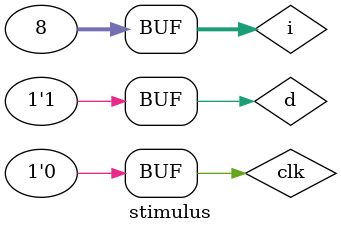
<source format=v>
module sr(input s,input r,output q,output _q);
	assign _q=~(q|s);
	assign q=~(_q|r);
endmodule

module dlatch(input clk,input d,output q,output _q);
	sr s1(d&clk,~d&clk,q,_q);
	
endmodule
	
	
module dflip(input d,input clk,output q,output _q);
	wire temp;
	dlatch d1(~clk,d,temp,);
	dlatch d2(clk,temp,q,_q);
	
	
endmodule

`timescale 1ns/1ps
module stimulus;
	reg d;
	reg clk;
	wire q;
	wire _q;
	dflip uut(d,clk,q,_q);
	initial 
		begin
			$dumpfile("p7.vcd");
			$dumpvars(0,stimulus);
			d=0;
			#8 d=1;
			#12 d=0;
			#14 d=0;
			#10 d=1;
			#40;
		end
	integer i;
	initial
		begin
			clk=0;
			for(i=0;i<8;i=i+1)
				#10 clk=~clk;
		end
	initial
		begin
			#10;
			$monitor("d: %b, q: %b ,clock: %d",d,q,clk);
		end
	
	
	
	
	
		
		
endmodule

			
			
			
			
			
			
			

</source>
